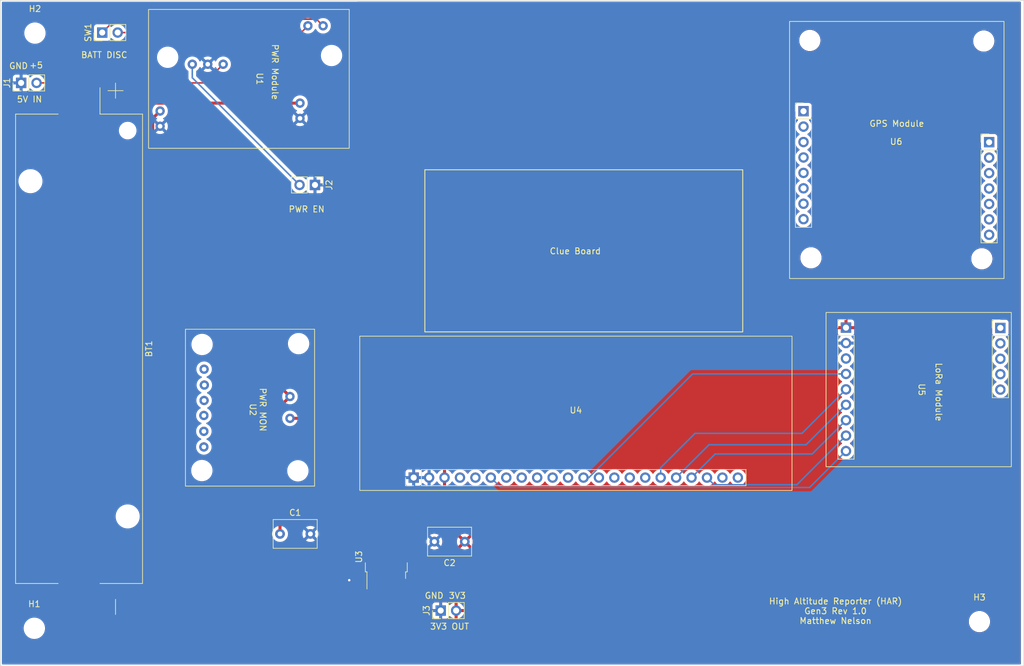
<source format=kicad_pcb>
(kicad_pcb (version 20221018) (generator pcbnew)
  (title_block (title "High Altitude Reporter (HAR) Board") (date "2022-11-08") (rev "1") (company "Make to Innovate") (comment 1 "Matthew E. Nelson"))
  (layers (0 "F.Cu" signal) (31 "B.Cu" signal) (34 "B.Paste" user) (35 "F.Paste" user) (36 "B.SilkS" user "B.Silkscreen") (37 "F.SilkS" user "F.Silkscreen") (38 "B.Mask" user) (39 "F.Mask" user) (44 "Edge.Cuts" user))
  (net 0 "")
  (net 1 "+BATT")
  (net 2 "GND")
  (net 3 "Net-(C1-Pad1)")
  (net 4 "+3V3")
  (net 5 "+5V")
  (net 6 "Net-(J2-Pad2)")
  (net 7 "Net-(U2-Pad2)")
  (net 8 "Net-(SW1-Pad1)")
  (net 9 "Net-(SW1-Pad2)")
  (net 15 "RST")
  (net 17 "G0")
  (net 27 "SCK")
  (net 28 "MISO")
  (net 29 "MOSI")
  (net 30 "CS")
  (footprint "Connector_PinHeader_2.54mm:PinHeader_1x02_P2.54mm_Vertical" (layer "F.Cu") (at 133.155 137.08 90)
    (fp_text reference "J3" (at 0 -2.33 90) (layer "F.SilkS"))
    (fp_text value "Conn_01x02")
    (fp_line (start -1.33 -1.33) (end 0 -1.33) (stroke (width 0.12)) (layer "F.SilkS"))
    (fp_line (start -1.33 0) (end -1.33 -1.33) (stroke (width 0.12)) (layer "F.SilkS"))
    (fp_line (start -1.33 1.27) (end -1.33 3.87) (stroke (width 0.12)) (layer "F.SilkS"))
    (fp_line (start -1.33 1.27) (end 1.33 1.27) (stroke (width 0.12)) (layer "F.SilkS"))
    (fp_line (start -1.33 3.87) (end 1.33 3.87) (stroke (width 0.12)) (layer "F.SilkS"))
    (fp_line (start 1.33 1.27) (end 1.33 3.87) (stroke (width 0.12)) (layer "F.SilkS"))
    (pad "1" thru_hole rect (at 0 0 90) (size 1.7 1.7) (drill 1) (layers "*.Cu" "*.Mask") (net 2 "GND"))
    (pad "2" thru_hole oval (at 0 2.54 90) (size 1.7 1.7) (drill 1) (layers "*.Cu" "*.Mask") (net 4 "+3V3"))
  )
  (footprint "MountingHole:MountingHole_3mm" (layer "F.Cu") (at 66.4 42)
    (fp_text reference "H2" (at 0 -4) (layer "F.SilkS"))
    (fp_text value "MountingHole")
    (pad "" np_thru_hole circle (at 0 0) (size 3 3) (drill 3) (layers "*.Cu" "*.Mask"))
  )
  (footprint "Battery:BatteryHolder_Keystone_1042_1x18650" (layer "F.Cu") (at 73.66 93.98 -90)
    (fp_text reference "BT1" (at 0 -11.5 90) (layer "F.SilkS"))
    (fp_text value "Battery_Cell")
    (fp_line (start -43.75 -6) (end -41.25 -6) (stroke (width 0.12)) (layer "F.SilkS"))
    (fp_line (start -42.5 -4.75) (end -42.5 -7.25) (stroke (width 0.12)) (layer "F.SilkS"))
    (fp_line (start -38.64 -10.44) (end -38.64 -3.44) (stroke (width 0.12)) (layer "F.SilkS"))
    (fp_line (start -38.64 -3.44) (end -43 -3.44) (stroke (width 0.12)) (layer "F.SilkS"))
    (fp_line (start -38.64 10.44) (end -38.64 3.44) (stroke (width 0.12)) (layer "F.SilkS"))
    (fp_line (start 38.64 -10.44) (end -38.64 -10.44) (stroke (width 0.12)) (layer "F.SilkS"))
    (fp_line (start 38.64 -3.44) (end 38.64 -10.42) (stroke (width 0.12)) (layer "F.SilkS"))
    (fp_line (start 38.64 3.44) (end 38.64 10.44) (stroke (width 0.12)) (layer "F.SilkS"))
    (fp_line (start 38.64 10.44) (end -38.64 10.44) (stroke (width 0.12)) (layer "F.SilkS"))
    (fp_line (start 43.75 -6) (end 41.25 -6) (stroke (width 0.12)) (layer "F.SilkS"))
    (pad "" np_thru_hole circle (at -35.93 -8 270) (size 2.39 2.39) (drill 2.39) (layers "*.Cu" "*.Mask"))
    (pad "" np_thru_hole circle (at -27.6 8 270) (size 3.45 3.45) (drill 3.45) (layers "*.Cu" "*.Mask"))
    (pad "" np_thru_hole circle (at 27.6 -8 270) (size 3.45 3.45) (drill 3.45) (layers "*.Cu" "*.Mask"))
    (pad "1" smd rect (at -39.33 0 270) (size 7.34 6.35) (layers "F.Cu" "F.Paste" "F.Mask") (net 1 "+BATT"))
    (pad "2" smd rect (at 39.33 0 270) (size 7.34 6.35) (layers "F.Cu" "F.Paste" "F.Mask") (net 2 "GND"))
  )
  (footprint "HAR:Adafruit LoRa BOB" (layer "F.Cu") (at 211.8 100.7 -90)
    (fp_text reference "U5" (at 0 -0.5 -90 unlocked) (layer "F.SilkS"))
    (fp_text value "Adafruit_RFM96W-3073")
    (fp_line (start -11.53 13.29) (end -11.53 11.96) (stroke (width 0.12)) (layer "F.SilkS"))
    (fp_line (start -11.49 -12.11) (end -11.49 -13.44) (stroke (width 0.12)) (layer "F.SilkS"))
    (fp_line (start -10.2 13.29) (end -11.53 13.29) (stroke (width 0.12)) (layer "F.SilkS"))
    (fp_line (start -10.16 -12.11) (end -11.49 -12.11) (stroke (width 0.12)) (layer "F.SilkS"))
    (fp_line (start -8.93 10.63) (end 11.45 10.63) (stroke (width 0.12)) (layer "F.SilkS"))
    (fp_line (start -8.93 13.29) (end -8.93 10.63) (stroke (width 0.12)) (layer "F.SilkS"))
    (fp_line (start -8.93 13.29) (end 11.45 13.29) (stroke (width 0.12)) (layer "F.SilkS"))
    (fp_line (start -8.89 -14.77) (end 1.33 -14.77) (stroke (width 0.12)) (layer "F.SilkS"))
    (fp_line (start -8.89 -12.11) (end -8.89 -14.77) (stroke (width 0.12)) (layer "F.SilkS"))
    (fp_line (start -8.89 -12.11) (end 1.33 -12.11) (stroke (width 0.12)) (layer "F.SilkS"))
    (fp_line (start 1.33 -12.11) (end 1.33 -14.77) (stroke (width 0.12)) (layer "F.SilkS"))
    (fp_line (start 11.45 13.29) (end 11.45 10.63) (stroke (width 0.12)) (layer "F.SilkS"))
    (fp_rect (start -12.7 -15.24) (end 12.7 15.24) (stroke (width 0.12)) (fill none) (layer "F.SilkS"))
    (pad "1" thru_hole rect (at -10.2 11.96) (size 1.7 1.7) (drill 1) (layers "*.Mask" "F.Cu" "In1.Cu" "B.Cu") (net 4 "+3V3"))
    (pad "2" thru_hole oval (at -7.66 11.96) (size 1.7 1.7) (drill 1) (layers "*.Mask" "F.Cu" "In1.Cu" "B.Cu") (net 2 "GND"))
    (pad "3" thru_hole oval (at -5.12 11.96) (size 1.7 1.7) (drill 1) (layers "*.Mask" "F.Cu" "In1.Cu" "B.Cu"))
    (pad "4" thru_hole oval (at -2.58 11.96) (size 1.7 1.7) (drill 1) (layers "*.Mask" "F.Cu" "In1.Cu" "B.Cu") (net 17 "G0"))
    (pad "5" thru_hole oval (at -0.04 11.96) (size 1.7 1.7) (drill 1) (layers "*.Mask" "F.Cu" "In1.Cu" "B.Cu") (net 27 "SCK"))
    (pad "6" thru_hole oval (at 2.5 11.96) (size 1.7 1.7) (drill 1) (layers "*.Mask" "F.Cu" "In1.Cu" "B.Cu") (net 28 "MISO"))
    (pad "7" thru_hole oval (at 5.04 11.96) (size 1.7 1.7) (drill 1) (layers "*.Mask" "F.Cu" "In1.Cu" "B.Cu") (net 29 "MOSI"))
    (pad "8" thru_hole oval (at 7.58 11.96) (size 1.7 1.7) (drill 1) (layers "*.Mask" "F.Cu" "In1.Cu" "B.Cu") (net 30 "CS"))
    (pad "9" thru_hole oval (at 10.12 11.96) (size 1.7 1.7) (drill 1) (layers "*.Mask" "F.Cu" "In1.Cu" "B.Cu") (net 15 "RST"))
    (pad "10" thru_hole rect (at -10.16 -13.44) (size 1.7 1.7) (drill 1) (layers "*.Cu" "*.Mask"))
    (pad "11" thru_hole oval (at -7.62 -13.44) (size 1.7 1.7) (drill 1) (layers "*.Cu" "*.Mask"))
    (pad "12" thru_hole oval (at -5.08 -13.44) (size 1.7 1.7) (drill 1) (layers "*.Cu" "*.Mask"))
    (pad "13" thru_hole oval (at -2.54 -13.44) (size 1.7 1.7) (drill 1) (layers "*.Cu" "*.Mask"))
    (pad "14" thru_hole oval (at 0 -13.44) (size 1.7 1.7) (drill 1) (layers "*.Cu" "*.Mask"))
  )
  (footprint "HAR:Sparkfun GPS NEO M9N" (layer "F.Cu") (at 208.17 63.7275)
    (fp_text reference "U6" (at -0.07 -3.85 unlocked) (layer "F.SilkS"))
    (fp_text value "Sparkfun_GPS_NEO-M9N")
    (fp_line (start -16.65 -10.2) (end -15.32 -10.2) (stroke (width 0.12)) (layer "F.SilkS"))
    (fp_line (start -16.65 -8.87) (end -16.65 -10.2) (stroke (width 0.12)) (layer "F.SilkS"))
    (fp_line (start -16.65 -7.6) (end -16.65 10.24) (stroke (width 0.12)) (layer "F.SilkS"))
    (fp_line (start -16.65 -7.6) (end -13.99 -7.6) (stroke (width 0.12)) (layer "F.SilkS"))
    (fp_line (start -16.65 10.24) (end -13.99 10.24) (stroke (width 0.12)) (layer "F.SilkS"))
    (fp_line (start -13.99 -7.6) (end -13.99 10.24) (stroke (width 0.12)) (layer "F.SilkS"))
    (fp_line (start 13.89 -5.09) (end 15.22 -5.09) (stroke (width 0.12)) (layer "F.SilkS"))
    (fp_line (start 13.89 -3.76) (end 13.89 -5.09) (stroke (width 0.12)) (layer "F.SilkS"))
    (fp_line (start 13.89 -2.49) (end 13.89 12.81) (stroke (width 0.12)) (layer "F.SilkS"))
    (fp_line (start 13.89 -2.49) (end 16.55 -2.49) (stroke (width 0.12)) (layer "F.SilkS"))
    (fp_line (start 13.9 12.8) (end 16.56 12.8) (stroke (width 0.12)) (layer "F.SilkS"))
    (fp_line (start 16.55 -2.49) (end 16.55 12.81) (stroke (width 0.12)) (layer "F.SilkS"))
    (fp_rect (start -17.61 -23.65) (end 17.67 18.68) (stroke (width 0.12)) (fill none) (layer "F.SilkS"))
    (pad "" np_thru_hole circle (at -14.28 -20.52) (size 3 3) (drill 3) (layers "*.Mask" "F.Cu" "In1.Cu" "B.Cu"))
    (pad "" np_thru_hole circle (at -14.09 15.27) (size 3 3) (drill 3) (layers "*.Mask" "F.Cu" "In1.Cu" "B.Cu"))
    (pad "" np_thru_hole circle (at 14.02 15.43) (size 3 3) (drill 3) (layers "*.Mask" "F.Cu" "In1.Cu" "B.Cu"))
    (pad "" np_thru_hole circle (at 14.34 -20.42) (size 3 3) (drill 3) (layers "*.Mask" "F.Cu" "In1.Cu" "B.Cu"))
    (pad "1" thru_hole rect (at -15.32 -8.87) (size 1.7 1.7) (drill 1) (layers "*.Mask" "F.Cu" "In1.Cu" "B.Cu"))
    (pad "2" thru_hole oval (at -15.32 -6.33) (size 1.7 1.7) (drill 1) (layers "*.Mask" "F.Cu" "In1.Cu" "B.Cu"))
    (pad "3" thru_hole oval (at -15.32 -3.79) (size 1.7 1.7) (drill 1) (layers "*.Mask" "F.Cu" "In1.Cu" "B.Cu"))
    (pad "4" thru_hole oval (at -15.32 -1.25) (size 1.7 1.7) (drill 1) (layers "*.Mask" "F.Cu" "In1.Cu" "B.Cu"))
    (pad "5" thru_hole oval (at -15.32 1.29) (size 1.7 1.7) (drill 1) (layers "*.Mask" "F.Cu" "In1.Cu" "B.Cu"))
    (pad "6" thru_hole oval (at -15.32 3.83) (size 1.7 1.7) (drill 1) (layers "*.Mask" "F.Cu" "In1.Cu" "B.Cu"))
    (pad "7" thru_hole oval (at -15.32 6.37) (size 1.7 1.7) (drill 1) (layers "*.Mask" "F.Cu" "In1.Cu" "B.Cu"))
    (pad "8" thru_hole oval (at -15.32 8.91) (size 1.7 1.7) (drill 1) (layers "*.Mask" "F.Cu" "In1.Cu" "B.Cu"))
    (pad "9" thru_hole rect (at 15.22 -3.76) (size 1.7 1.7) (drill 1) (layers "*.Cu" "*.Mask"))
    (pad "10" thru_hole oval (at 15.22 -1.22) (size 1.7 1.7) (drill 1) (layers "*.Cu" "*.Mask"))
    (pad "11" thru_hole oval (at 15.22 1.32) (size 1.7 1.7) (drill 1) (layers "*.Cu" "*.Mask"))
    (pad "12" thru_hole oval (at 15.22 3.86) (size 1.7 1.7) (drill 1) (layers "*.Cu" "*.Mask"))
    (pad "13" thru_hole oval (at 15.22 6.4) (size 1.7 1.7) (drill 1) (layers "*.Cu" "*.Mask"))
    (pad "14" thru_hole oval (at 15.22 8.94) (size 1.7 1.7) (drill 1) (layers "*.Cu" "*.Mask"))
    (pad "15" thru_hole oval (at 15.22 11.48) (size 1.7 1.7) (drill 1) (layers "*.Cu" "*.Mask"))
  )
  (footprint "HAR:Sparkfun Microbit BOB" (layer "F.Cu") (at 155.4 104.6)
    (fp_text reference "U4" (at 0 -0.5 unlocked) (layer "F.SilkS"))
    (fp_text value "Sparkfun_Microbit_BOB-16446")
    (fp_line (start -28.02 11.92) (end -28.02 10.59) (stroke (width 0.12)) (layer "F.SilkS"))
    (fp_line (start -26.69 11.92) (end -28.02 11.92) (stroke (width 0.12)) (layer "F.SilkS"))
    (fp_line (start -25.42 9.26) (end 27.98 9.26) (stroke (width 0.12)) (layer "F.SilkS"))
    (fp_line (start -25.42 11.92) (end -25.42 9.26) (stroke (width 0.12)) (layer "F.SilkS"))
    (fp_line (start -25.42 11.92) (end 27.98 11.92) (stroke (width 0.12)) (layer "F.SilkS"))
    (fp_line (start 27.98 11.92) (end 27.98 9.26) (stroke (width 0.12)) (layer "F.SilkS"))
    (fp_rect (start -35.56 -12.7) (end 35.56 12.7) (stroke (width 0.12)) (fill none) (layer "F.SilkS"))
    (pad "1" thru_hole rect (at -26.69 10.59 90) (size 1.7 1.7) (drill 1) (layers "*.Mask" "F.Cu" "In1.Cu" "B.Cu") (net 2 "GND"))
    (pad "2" thru_hole oval (at -24.15 10.59 90) (size 1.7 1.7) (drill 1) (layers "*.Mask" "F.Cu" "In1.Cu" "B.Cu") (net 2 "GND"))
    (pad "3" thru_hole oval (at -21.61 10.59 90) (size 1.7 1.7) (drill 1) (layers "*.Mask" "F.Cu" "In1.Cu" "B.Cu") (net 4 "+3V3"))
    (pad "4" thru_hole oval (at -19.07 10.59 90) (size 1.7 1.7) (drill 1) (layers "*.Mask" "F.Cu" "In1.Cu" "B.Cu"))
    (pad "5" thru_hole oval (at -16.53 10.59 90) (size 1.7 1.7) (drill 1) (layers "*.Mask" "F.Cu" "In1.Cu" "B.Cu"))
    (pad "6" thru_hole oval (at -13.99 10.59 90) (size 1.7 1.7) (drill 1) (layers "*.Mask" "F.Cu" "In1.Cu" "B.Cu") (net 15 "RST"))
    (pad "7" thru_hole oval (at -11.45 10.59 90) (size 1.7 1.7) (drill 1) (layers "*.Mask" "F.Cu" "In1.Cu" "B.Cu"))
    (pad "8" thru_hole oval (at -8.91 10.59 90) (size 1.7 1.7) (drill 1) (layers "*.Mask" "F.Cu" "In1.Cu" "B.Cu"))
    (pad "9" thru_hole oval (at -6.37 10.59 90) (size 1.7 1.7) (drill 1) (layers "*.Mask" "F.Cu" "In1.Cu" "B.Cu"))
    (pad "10" thru_hole oval (at -3.83 10.59 90) (size 1.7 1.7) (drill 1) (layers "*.Mask" "F.Cu" "In1.Cu" "B.Cu"))
    (pad "11" thru_hole oval (at -1.29 10.59 90) (size 1.7 1.7) (drill 1) (layers "*.Mask" "F.Cu" "In1.Cu" "B.Cu"))
    (pad "12" thru_hole oval (at 1.25 10.59 90) (size 1.7 1.7) (drill 1) (layers "*.Mask" "F.Cu" "In1.Cu" "B.Cu") (net 17 "G0"))
    (pad "13" thru_hole oval (at 3.79 10.59 90) (size 1.7 1.7) (drill 1) (layers "*.Mask" "F.Cu" "In1.Cu" "B.Cu"))
    (pad "14" thru_hole oval (at 6.33 10.59 90) (size 1.7 1.7) (drill 1) (layers "*.Mask" "F.Cu" "In1.Cu" "B.Cu"))
    (pad "15" thru_hole oval (at 8.87 10.59 90) (size 1.7 1.7) (drill 1) (layers "*.Mask" "F.Cu" "In1.Cu" "B.Cu"))
    (pad "16" thru_hole oval (at 11.41 10.59 90) (size 1.7 1.7) (drill 1) (layers "*.Mask" "F.Cu" "In1.Cu" "B.Cu"))
    (pad "17" thru_hole oval (at 13.95 10.59 90) (size 1.7 1.7) (drill 1) (layers "*.Mask" "F.Cu" "In1.Cu" "B.Cu") (net 27 "SCK"))
    (pad "18" thru_hole oval (at 16.49 10.59 90) (size 1.7 1.7) (drill 1) (layers "*.Mask" "F.Cu" "In1.Cu" "B.Cu") (net 28 "MISO"))
    (pad "19" thru_hole oval (at 19.03 10.59 90) (size 1.7 1.7) (drill 1) (layers "*.Mask" "F.Cu" "In1.Cu" "B.Cu") (net 29 "MOSI"))
    (pad "20" thru_hole oval (at 21.57 10.59 90) (size 1.7 1.7) (drill 1) (layers "*.Mask" "F.Cu" "In1.Cu" "B.Cu") (net 30 "CS"))
    (pad "21" thru_hole oval (at 24.11 10.59 90) (size 1.7 1.7) (drill 1) (layers "*.Mask" "F.Cu" "In1.Cu" "B.Cu"))
    (pad "22" thru_hole oval (at 26.65 10.59 90) (size 1.7 1.7) (drill 1) (layers "*.Mask" "F.Cu" "In1.Cu" "B.Cu"))
  )
  (footprint "HAR:INA219" (layer "F.Cu") (at 101.76 104 -90)
    (fp_text reference "U2" (at 0 -0.5 -90 unlocked) (layer "F.SilkS"))
    (fp_text value "INA219-BOB")
    (fp_rect (start -13.24 -10.65) (end 12.59 10.6) (stroke (width 0.12)) (fill none) (layer "F.SilkS"))
    (pad "" np_thru_hole circle (at -10.87 -8.02 270) (size 3 3) (drill 3) (layers "*.Mask" "F.Cu" "In1.Cu" "B.Cu"))
    (pad "" np_thru_hole circle (at -10.73 7.86 270) (size 3 3) (drill 3) (layers "*.Mask" "F.Cu" "In1.Cu" "B.Cu"))
    (pad "" np_thru_hole circle (at 10.03 7.9 270) (size 3 3) (drill 3) (layers "*.Mask" "F.Cu" "In1.Cu" "B.Cu"))
    (pad "" np_thru_hole circle (at 10.07 -7.9 270) (size 3 3) (drill 3) (layers "*.Mask" "F.Cu" "In1.Cu" "B.Cu"))
    (pad "1" thru_hole circle (at -2.16 -6.6 270) (size 1.524 1.524) (drill 0.762) (layers "*.Cu" "*.Mask") (net 3 "Net-(C1-Pad1)"))
    (pad "2" thru_hole circle (at 1.43 -6.6 270) (size 1.524 1.524) (drill 0.762) (layers "*.Cu" "*.Mask") (net 7 "Net-(U2-Pad2)"))
    (pad "3" thru_hole circle (at -6.66 7.53 270) (size 1.524 1.524) (drill 0.762) (layers "*.Cu" "*.Mask"))
    (pad "4" thru_hole circle (at -4.05 7.49 270) (size 1.524 1.524) (drill 0.762) (layers "*.Cu" "*.Mask"))
    (pad "5" thru_hole circle (at -1.51 7.53 270) (size 1.524 1.524) (drill 0.762) (layers "*.Cu" "*.Mask"))
    (pad "6" thru_hole circle (at 0.96 7.57 270) (size 1.524 1.524) (drill 0.762) (layers "*.Cu" "*.Mask"))
    (pad "7" thru_hole circle (at 3.57 7.57 270) (size 1.524 1.524) (drill 0.762) (layers "*.Cu" "*.Mask"))
    (pad "8" thru_hole circle (at 6.14 7.57 270) (size 1.524 1.524) (drill 0.762) (layers "*.Cu" "*.Mask"))
  )
  (footprint "Connector_PinHeader_2.54mm:PinHeader_1x02_P2.54mm_Vertical" (layer "F.Cu") (at 64.125 50.2 90)
    (fp_text reference "J1" (at 0 -2.33 90) (layer "F.SilkS"))
    (fp_text value "Conn_01x02")
    (fp_line (start -1.33 -1.33) (end 0 -1.33) (stroke (width 0.12)) (layer "F.SilkS"))
    (fp_line (start -1.33 0) (end -1.33 -1.33) (stroke (width 0.12)) (layer "F.SilkS"))
    (fp_line (start -1.33 1.27) (end -1.33 3.87) (stroke (width 0.12)) (layer "F.SilkS"))
    (fp_line (start -1.33 1.27) (end 1.33 1.27) (stroke (width 0.12)) (layer "F.SilkS"))
    (fp_line (start -1.33 3.87) (end 1.33 3.87) (stroke (width 0.12)) (layer "F.SilkS"))
    (fp_line (start 1.33 1.27) (end 1.33 3.87) (stroke (width 0.12)) (layer "F.SilkS"))
    (pad "1" thru_hole rect (at 0 0 90) (size 1.7 1.7) (drill 1) (layers "*.Cu" "*.Mask") (net 2 "GND"))
    (pad "2" thru_hole oval (at 0 2.54 90) (size 1.7 1.7) (drill 1) (layers "*.Cu" "*.Mask") (net 5 "+5V"))
  )
  (footprint "Capacitor_THT:C_Rect_L7.0mm_W4.5mm_P5.00mm" (layer "F.Cu") (at 106.72 124.46)
    (fp_text reference "C1" (at 2.5 -3.5) (layer "F.SilkS"))
    (fp_text value "0.1uF")
    (fp_line (start -1.12 -2.37) (end -1.12 2.37) (stroke (width 0.12)) (layer "F.SilkS"))
    (fp_line (start -1.12 -2.37) (end 6.12 -2.37) (stroke (width 0.12)) (layer "F.SilkS"))
    (fp_line (start -1.12 2.37) (end 6.12 2.37) (stroke (width 0.12)) (layer "F.SilkS"))
    (fp_line (start 6.12 -2.37) (end 6.12 2.37) (stroke (width 0.12)) (layer "F.SilkS"))
    (pad "1" thru_hole circle (at 0 0) (size 1.6 1.6) (drill 0.8) (layers "*.Cu" "*.Mask") (net 3 "Net-(C1-Pad1)"))
    (pad "2" thru_hole circle (at 5 0) (size 1.6 1.6) (drill 0.8) (layers "*.Cu" "*.Mask") (net 2 "GND"))
  )
  (footprint "MountingHole:MountingHole_3mm" (layer "F.Cu") (at 66.3 140)
    (fp_text reference "H1" (at 0 -4) (layer "F.SilkS"))
    (fp_text value "MountingHole")
    (pad "" np_thru_hole circle (at 0 0) (size 3 3) (drill 3) (layers "*.Cu" "*.Mask"))
  )
  (footprint "HAR:Sparkfun Boost BOB" (layer "F.Cu") (at 102.87 49.53 -90)
    (fp_text reference "U1" (at 0 -0.5 -90 unlocked) (layer "F.SilkS"))
    (fp_text value "Sparkfun_PRT-14411")
    (fp_rect (start -11.43 -15.24) (end 11.43 17.78) (stroke (width 0.12)) (fill none) (layer "F.SilkS"))
    (pad "" np_thru_hole circle (at -3.84 -12.33 270) (size 3 3) (drill 3) (layers "*.Mask" "F.Cu" "In1.Cu" "B.Cu"))
    (pad "" np_thru_hole circle (at -3.55 14.63 270) (size 3 3) (drill 3) (layers "*.Mask" "F.Cu" "In1.Cu" "B.Cu"))
    (pad "1" thru_hole circle (at -8.73 -10.94 270) (size 1.524 1.524) (drill 0.762) (layers "*.Cu" "*.Mask") (net 8 "Net-(SW1-Pad1)"))
    (pad "2" thru_hole circle (at -8.73 -8.44 270) (size 1.524 1.524) (drill 0.762) (layers "*.Cu" "*.Mask") (net 9 "Net-(SW1-Pad2)"))
    (pad "3" thru_hole circle (at -2.4 5.5 270) (size 1.524 1.524) (drill 0.762) (layers "*.Cu" "*.Mask") (net 5 "+5V"))
    (pad "4" thru_hole circle (at -2.4 8.04 270) (size 1.524 1.524) (drill 0.762) (layers "*.Cu" "*.Mask") (net 2 "GND"))
    (pad "5" thru_hole circle (at -2.4 10.58 270) (size 1.524 1.524) (drill 0.762) (layers "*.Cu" "*.Mask") (net 6 "Net-(J2-Pad2)"))
    (pad "6" thru_hole circle (at 5.3 15.88 270) (size 1.524 1.524) (drill 0.762) (layers "*.Cu" "*.Mask") (net 3 "Net-(C1-Pad1)"))
    (pad "7" thru_hole circle (at 7.81 15.88 270) (size 1.524 1.524) (drill 0.762) (layers "*.Cu" "*.Mask") (net 2 "GND"))
    (pad "8" thru_hole circle (at 4 -7.14 270) (size 1.524 1.524) (drill 0.762) (layers "*.Cu" "*.Mask") (net 1 "+BATT"))
    (pad "9" thru_hole circle (at 6.51 -7.14 270) (size 1.524 1.524) (drill 0.762) (layers "*.Cu" "*.Mask") (net 2 "GND"))
  )
  (footprint "Connector_PinHeader_2.54mm:PinHeader_1x02_P2.54mm_Vertical" (layer "F.Cu") (at 112.475 67 -90)
    (fp_text reference "J2" (at 0 -2.33 90) (layer "F.SilkS"))
    (fp_text value "Conn_01x02")
    (fp_line (start -1.33 -1.33) (end 0 -1.33) (stroke (width 0.12)) (layer "F.SilkS"))
    (fp_line (start -1.33 0) (end -1.33 -1.33) (stroke (width 0.12)) (layer "F.SilkS"))
    (fp_line (start -1.33 1.27) (end -1.33 3.87) (stroke (width 0.12)) (layer "F.SilkS"))
    (fp_line (start -1.33 1.27) (end 1.33 1.27) (stroke (width 0.12)) (layer "F.SilkS"))
    (fp_line (start -1.33 3.87) (end 1.33 3.87) (stroke (width 0.12)) (layer "F.SilkS"))
    (fp_line (start 1.33 1.27) (end 1.33 3.87) (stroke (width 0.12)) (layer "F.SilkS"))
    (pad "1" thru_hole rect (at 0 0 270) (size 1.7 1.7) (drill 1) (layers "*.Cu" "*.Mask") (net 2 "GND"))
    (pad "2" thru_hole oval (at 0 2.54 270) (size 1.7 1.7) (drill 1) (layers "*.Cu" "*.Mask") (net 6 "Net-(J2-Pad2)"))
  )
  (footprint "Capacitor_THT:C_Rect_L7.0mm_W4.5mm_P5.00mm" (layer "F.Cu") (at 137.12 125.73 180)
    (fp_text reference "C2" (at 2.5 -3.5) (layer "F.SilkS"))
    (fp_text value "0.1uF")
    (fp_line (start -1.12 -2.37) (end -1.12 2.37) (stroke (width 0.12)) (layer "F.SilkS"))
    (fp_line (start -1.12 -2.37) (end 6.12 -2.37) (stroke (width 0.12)) (layer "F.SilkS"))
    (fp_line (start -1.12 2.37) (end 6.12 2.37) (stroke (width 0.12)) (layer "F.SilkS"))
    (fp_line (start 6.12 -2.37) (end 6.12 2.37) (stroke (width 0.12)) (layer "F.SilkS"))
    (pad "1" thru_hole circle (at 0 0 180) (size 1.6 1.6) (drill 0.8) (layers "*.Cu" "*.Mask") (net 4 "+3V3"))
    (pad "2" thru_hole circle (at 5 0 180) (size 1.6 1.6) (drill 0.8) (layers "*.Cu" "*.Mask") (net 2 "GND"))
  )
  (footprint "Package_TO_SOT_SMD:TO-252-2" (layer "F.Cu") (at 124.205 128.235 90)
    (fp_text reference "U3" (at 0 -4.5 90) (layer "F.SilkS"))
    (fp_text value "AZ1117-3.3")
    (fp_line (start -2.47 -3.45) (end -2.47 -3.18) (stroke (width 0.12)) (layer "F.SilkS"))
    (fp_line (start -2.47 -3.18) (end -5.3 -3.18) (stroke (width 0.12)) (layer "F.SilkS"))
    (fp_line (start -2.47 3.18) (end -3.57 3.18) (stroke (width 0.12)) (layer "F.SilkS"))
    (fp_line (start -2.47 3.45) (end -2.47 3.18) (stroke (width 0.12)) (layer "F.SilkS"))
    (fp_line (start -0.97 -3.45) (end -2.47 -3.45) (stroke (width 0.12)) (layer "F.SilkS"))
    (fp_line (start -0.97 3.45) (end -2.47 3.45) (stroke (width 0.12)) (layer "F.SilkS"))
    (pad "1" smd rect (at -4.2 -2.28 90) (size 2.2 1.2) (layers "F.Cu" "F.Paste" "F.Mask") (net 2 "GND"))
    (pad "2" smd rect (at 2.1 0 90) (size 6.4 5.8) (layers "F.Cu" "F.Mask") (net 4 "+3V3"))
    (pad "3" smd rect (at -4.2 2.28 90) (size 2.2 1.2) (layers "F.Cu" "F.Paste" "F.Mask") (net 7 "Net-(U2-Pad2)"))
  )
  (footprint "MountingHole:MountingHole_3mm" (layer "F.Cu") (at 221.8 138.9)
    (fp_text reference "H3" (at 0 -4) (layer "F.SilkS"))
    (fp_text value "MountingHole")
    (pad "" np_thru_hole circle (at 0 0) (size 3 3) (drill 3) (layers "*.Cu" "*.Mask"))
  )
  (footprint "Connector_PinHeader_2.54mm:PinHeader_1x02_P2.54mm_Vertical" (layer "F.Cu") (at 77.47 41.91 90)
    (fp_text reference "SW1" (at 0 -2.33 90) (layer "F.SilkS"))
    (fp_text value "SW_SPST")
    (fp_line (start -1.33 -1.33) (end 0 -1.33) (stroke (width 0.12)) (layer "F.SilkS"))
    (fp_line (start -1.33 0) (end -1.33 -1.33) (stroke (width 0.12)) (layer "F.SilkS"))
    (fp_line (start -1.33 1.27) (end -1.33 3.87) (stroke (width 0.12)) (layer "F.SilkS"))
    (fp_line (start -1.33 1.27) (end 1.33 1.27) (stroke (width 0.12)) (layer "F.SilkS"))
    (fp_line (start -1.33 3.87) (end 1.33 3.87) (stroke (width 0.12)) (layer "F.SilkS"))
    (fp_line (start 1.33 1.27) (end 1.33 3.87) (stroke (width 0.12)) (layer "F.SilkS"))
    (pad "1" thru_hole rect (at 0 0 90) (size 1.7 1.7) (drill 1) (layers "*.Cu" "*.Mask") (net 8 "Net-(SW1-Pad1)"))
    (pad "2" thru_hole oval (at 0 2.54 90) (size 1.7 1.7) (drill 1) (layers "*.Cu" "*.Mask") (net 9 "Net-(SW1-Pad2)"))
  )
  (gr_rect (start 130.55 64.5) (end 182.85 91.2) (stroke (width 0.15)) (fill none) (layer "F.SilkS"))
  (gr_rect (start 60.7 36.6) (end 229.1 146.2) (stroke (width 0.1)) (fill none) (layer "Edge.Cuts"))
  (gr_text "BATT DISC" (at 77.8 45.6) (layer "F.SilkS") (effects (font (size 1 1))))
  (gr_text "Clue Board" (at 155.3 77.9) (layer "F.SilkS") (effects (font (size 1 1))))
  (gr_text "GPS Module" (at 208.2 56.9) (layer "F.SilkS") (effects (font (size 1 1))))
  (gr_text "GND" (at 63.7 47.4) (layer "F.SilkS") (effects (font (size 1 1))))
  (gr_text "GND" (at 132.08 134.62) (layer "F.SilkS") (effects (font (size 1 1))))
  (gr_text "3V3 OUT" (at 134.62 139.7) (layer "F.SilkS") (effects (font (size 1 1))))
  (gr_text "3V3" (at 135.89 134.62) (layer "F.SilkS") (effects (font (size 1 1))))
  (gr_text "+5" (at 66.6 47.3) (layer "F.SilkS") (effects (font (size 1 1))))
  (gr_text "PWR Module" (at 105.9 48.4 270) (layer "F.SilkS") (effects (font (size 1 1))))
  (gr_text "PWR MON" (at 103.9 104 270) (layer "F.SilkS") (effects (font (size 1 1))))
  (gr_text "5V IN" (at 65.5 52.9) (layer "F.SilkS") (effects (font (size 1 1))))
  (gr_text "High Altitude Reporter (HAR)\nGen3 Rev 1.0\nMatthew Nelson" (at 198.12 137.16) (layer "F.SilkS") (effects (font (size 1 1))))
  (gr_text "PWR EN\n" (at 111.1 71) (layer "F.SilkS") (effects (font (size 1 1))))
  (gr_text "LoRa Module" (at 215.1 101.1 270) (layer "F.SilkS") (effects (font (size 1 1))))
  (segment (start 74.78 53.53) (end 110.01 53.53) (width 0.5) (layer "F.Cu") (net 1))
  (segment (start 73.66 54.65) (end 74.78 53.53) (width 0.25) (layer "F.Cu") (net 1))
  (segment (start 73.66 133.31) (end 102.87 133.31) (width 0.25) (layer "F.Cu") (net 2))
  (segment (start 118.465 132.435) (end 118.11 132.08) (width 0.5) (layer "F.Cu") (net 2))
  (segment (start 121.925 132.435) (end 118.465 132.435) (width 0.5) (layer "F.Cu") (net 2))
  (segment (start 102.87 133.31) (end 111.72 124.46) (width 0.25) (layer "F.Cu") (net 2))
  (via (at 118.11 132.08) (size 0.8) (drill 0.4) (layers "F.Cu" "B.Cu") (net 2))
  (segment (start 106.72 103.48) (end 106.72 124.46) (width 0.5) (layer "F.Cu") (net 3))
  (segment (start 86.99 54.83) (end 85.778 56.042) (width 0.5) (layer "F.Cu") (net 3))
  (segment (start 108.36 101.84) (end 106.72 103.48) (width 0.5) (layer "F.Cu") (net 3))
  (segment (start 85.778 56.042) (end 85.778 79.258) (width 0.5) (layer "F.Cu") (net 3))
  (segment (start 85.778 79.258) (end 108.36 101.84) (width 0.5) (layer "F.Cu") (net 3))
  (segment (start 94.3 50.2) (end 97.37 47.13) (width 0.25) (layer "F.Cu") (net 5))
  (segment (start 66.665 50.2) (end 94.3 50.2) (width 0.25) (layer "F.Cu") (net 5))
  (segment (start 92.29 47.13) (end 92.29 49.355) (width 0.25) (layer "B.Cu") (net 6))
  (segment (start 92.29 49.355) (end 109.935 67) (width 0.25) (layer "B.Cu") (net 6))
  (segment (start 108.36 105.43) (end 110.51 105.43) (width 0.5) (layer "F.Cu") (net 7))
  (segment (start 121.76 137.16) (end 126.485 132.435) (width 0.5) (layer "F.Cu") (net 7))
  (segment (start 115.57 110.49) (end 115.57 137.16) (width 0.5) (layer "F.Cu") (net 7))
  (segment (start 110.51 105.43) (end 115.57 110.49) (width 0.5) (layer "F.Cu") (net 7))
  (segment (start 115.57 137.16) (end 121.76 137.16) (width 0.5) (layer "F.Cu") (net 7))
  (segment (start 77.47 41.91) (end 79.667 39.713) (width 0.25) (layer "F.Cu") (net 8))
  (segment (start 79.667 39.713) (end 112.723 39.713) (width 0.25) (layer "F.Cu") (net 8))
  (segment (start 112.723 39.713) (end 113.81 40.8) (width 0.25) (layer "F.Cu") (net 8))
  (segment (start 80.01 41.91) (end 110.2 41.91) (width 0.25) (layer "F.Cu") (net 9))
  (segment (start 110.2 41.91) (end 111.31 40.8) (width 0.25) (layer "F.Cu") (net 9))
  (segment (start 193.845 116.815) (end 199.84 110.82) (width 0.25) (layer "B.Cu") (net 15))
  (segment (start 141.41 115.19) (end 143.035 116.815) (width 0.25) (layer "B.Cu") (net 15))
  (segment (start 143.035 116.815) (end 193.845 116.815) (width 0.25) (layer "B.Cu") (net 15))
  (segment (start 156.65 115.19) (end 157.528299 115.19) (width 0.25) (layer "B.Cu") (net 17))
  (segment (start 174.598299 98.12) (end 199.84 98.12) (width 0.25) (layer "B.Cu") (net 17))
  (segment (start 157.528299 115.19) (end 174.598299 98.12) (width 0.25) (layer "B.Cu") (net 17))
  (segment (start 169.35 115.19) (end 169.35 113.55) (width 0.25) (layer "B.Cu") (net 27))
  (segment (start 169.35 113.55) (end 175 107.9) (width 0.25) (layer "B.Cu") (net 27))
  (segment (start 192.6 107.9) (end 199.84 100.66) (width 0.25) (layer "B.Cu") (net 27))
  (segment (start 175 107.9) (end 192.6 107.9) (width 0.25) (layer "B.Cu") (net 27))
  (segment (start 171.89 115.19) (end 177.3 109.78) (width 0.25) (layer "B.Cu") (net 28))
  (segment (start 177.3 109.78) (end 193.26 109.78) (width 0.25) (layer "B.Cu") (net 28))
  (segment (start 193.26 109.78) (end 199.84 103.2) (width 0.25) (layer "B.Cu") (net 28))
  (segment (start 174.43 115.19) (end 178.3 111.32) (width 0.25) (layer "B.Cu") (net 29))
  (segment (start 178.3 111.32) (end 178.3 111.3) (width 0.25) (layer "B.Cu") (net 29))
  (segment (start 194.28 111.3) (end 199.84 105.74) (width 0.25) (layer "B.Cu") (net 29))
  (segment (start 178.3 111.3) (end 194.28 111.3) (width 0.25) (layer "B.Cu") (net 29))
  (segment (start 191.755 116.365) (end 199.84 108.28) (width 0.25) (layer "B.Cu") (net 30))
  (segment (start 176.97 115.19) (end 178.145 116.365) (width 0.25) (layer "B.Cu") (net 30))
  (segment (start 178.145 116.365) (end 191.755 116.365) (width 0.25) (layer "B.Cu") (net 30))
  (zone (net 4) (net_name "+3V3") (layer "F.Cu") (connect_pads (clearance 0.508)) (min_thickness 0.254) (fill yes (thermal_gap 0.508) (thermal_bridge_width 0.508))
    (polygon (pts (xy 228.6 145.96) (xy 119.38 145.96) (xy 119.38 36.83) (xy 228.6 36.83)))
  )
  (zone (net 2) (net_name "GND") (layer "B.Cu") (connect_pads (clearance 0.508)) (min_thickness 0.254) (fill yes (thermal_gap 0.508) (thermal_bridge_width 0.508))
    (polygon (pts (xy 228.6 145.96) (xy 60.96 145.96) (xy 60.96 36.83) (xy 228.6 36.83)))
  )
)
</source>
